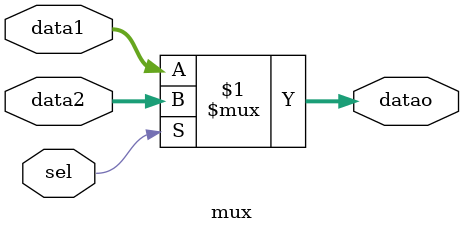
<source format=sv>

module mux #(parameter WIDTH = 32) (
  input wire [WIDTH-1:0] data1, data2,
  input wire sel,
  output wire [WIDTH-1:0] datao
);

  assign datao = sel ? data2 : data1;

endmodule
</source>
